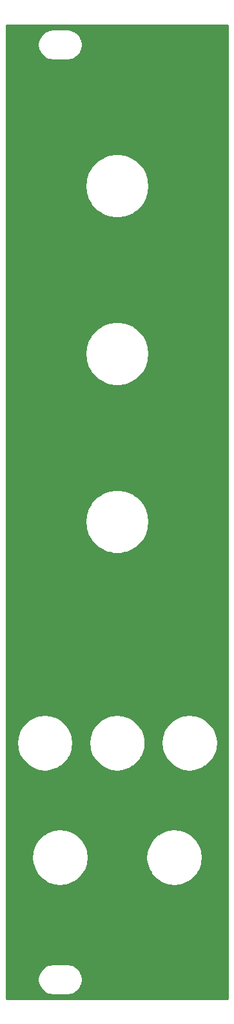
<source format=gtl>
G04 #@! TF.GenerationSoftware,KiCad,Pcbnew,(5.0.0-rc2)*
G04 #@! TF.CreationDate,2020-07-08T18:48:37+03:00*
G04 #@! TF.ProjectId,MIXPNL2,4D4958504E4C322E6B696361645F7063,rev?*
G04 #@! TF.SameCoordinates,PX2793d60PY848f8c0*
G04 #@! TF.FileFunction,Copper,L1,Top,Signal*
G04 #@! TF.FilePolarity,Positive*
%FSLAX46Y46*%
G04 Gerber Fmt 4.6, Leading zero omitted, Abs format (unit mm)*
G04 Created by KiCad (PCBNEW (5.0.0-rc2)) date Wed Jul  8 18:48:37 2020*
%MOMM*%
%LPD*%
G01*
G04 APERTURE LIST*
G04 #@! TA.AperFunction,NonConductor*
%ADD10C,0.254000*%
G04 #@! TD*
G04 APERTURE END LIST*
D10*
G36*
X29523000Y477000D02*
X477000Y477000D01*
X477000Y3068362D01*
X4568380Y3068362D01*
X4568380Y2931638D01*
X4646690Y2437212D01*
X4646690Y2437211D01*
X4688940Y2307179D01*
X4916203Y1861150D01*
X4996567Y1750538D01*
X5350539Y1396567D01*
X5461150Y1316203D01*
X5907179Y1088940D01*
X6037211Y1046690D01*
X6523174Y969721D01*
X6556961Y963000D01*
X8443039Y963000D01*
X8476826Y969721D01*
X8962789Y1046690D01*
X9092821Y1088940D01*
X9538850Y1316203D01*
X9649462Y1396567D01*
X10003433Y1750539D01*
X10083797Y1861150D01*
X10311060Y2307179D01*
X10353310Y2437211D01*
X10353310Y2437212D01*
X10431620Y2931638D01*
X10431620Y3068362D01*
X10353310Y3562789D01*
X10311060Y3692821D01*
X10083797Y4138850D01*
X10003433Y4249461D01*
X10003432Y4249462D01*
X9649462Y4603433D01*
X9538850Y4683797D01*
X9092821Y4911060D01*
X8962789Y4953310D01*
X8476826Y5030279D01*
X8443039Y5037000D01*
X6556961Y5037000D01*
X6523174Y5030279D01*
X6037211Y4953310D01*
X5907179Y4911060D01*
X5461150Y4683797D01*
X5350539Y4603433D01*
X4996567Y4249462D01*
X4937658Y4168380D01*
X4916203Y4138850D01*
X4688940Y3692821D01*
X4646690Y3562789D01*
X4568380Y3068362D01*
X477000Y3068362D01*
X477000Y18948242D01*
X3793361Y18948242D01*
X3873000Y18317839D01*
X3873000Y18278545D01*
X3880142Y18261302D01*
X3896941Y18128328D01*
X4179597Y17351737D01*
X4395962Y17016005D01*
X4425178Y16945470D01*
X4470855Y16899793D01*
X4627281Y16657067D01*
X5217743Y16078844D01*
X5410211Y15960437D01*
X5445470Y15925178D01*
X5512973Y15897218D01*
X5921636Y15645806D01*
X6703976Y15379476D01*
X7525880Y15293090D01*
X8196023Y15373000D01*
X8221455Y15373000D01*
X8231736Y15377259D01*
X8346497Y15390943D01*
X9125042Y15668170D01*
X9483961Y15895948D01*
X9554530Y15925178D01*
X9597099Y15967747D01*
X9822820Y16110994D01*
X10405152Y16697405D01*
X10535737Y16906385D01*
X10574822Y16945470D01*
X10603652Y17015072D01*
X10843093Y17398258D01*
X11114879Y18178720D01*
X11125733Y18275486D01*
X11127000Y18278545D01*
X11127000Y18286782D01*
X11201194Y18948242D01*
X18793361Y18948242D01*
X18873000Y18317839D01*
X18873000Y18278545D01*
X18880142Y18261302D01*
X18896941Y18128328D01*
X19179597Y17351737D01*
X19395962Y17016005D01*
X19425178Y16945470D01*
X19470855Y16899793D01*
X19627281Y16657067D01*
X20217743Y16078844D01*
X20410211Y15960437D01*
X20445470Y15925178D01*
X20512973Y15897218D01*
X20921636Y15645806D01*
X21703976Y15379476D01*
X22525880Y15293090D01*
X23196023Y15373000D01*
X23221455Y15373000D01*
X23231736Y15377259D01*
X23346497Y15390943D01*
X24125042Y15668170D01*
X24483961Y15895948D01*
X24554530Y15925178D01*
X24597099Y15967747D01*
X24822820Y16110994D01*
X25405152Y16697405D01*
X25535737Y16906385D01*
X25574822Y16945470D01*
X25603652Y17015072D01*
X25843093Y17398258D01*
X26114879Y18178720D01*
X26125733Y18275486D01*
X26127000Y18278545D01*
X26127000Y18286782D01*
X26207000Y19000000D01*
X26205555Y19103506D01*
X26127000Y19662453D01*
X26127000Y19721455D01*
X26114449Y19751755D01*
X26090538Y19921893D01*
X25797066Y20694462D01*
X25602942Y20986643D01*
X25574822Y21054530D01*
X25524214Y21105138D01*
X25339727Y21382814D01*
X24741249Y21952736D01*
X24581219Y22048133D01*
X24554530Y22074822D01*
X24495273Y22099367D01*
X24031378Y22375904D01*
X23245396Y22631285D01*
X22422366Y22706187D01*
X21828889Y22627000D01*
X21778545Y22627000D01*
X21754621Y22617091D01*
X21603196Y22596886D01*
X20828597Y22308816D01*
X20515076Y22103654D01*
X20445470Y22074822D01*
X20397101Y22026453D01*
X20137069Y21856293D01*
X19562982Y21261808D01*
X19456295Y21085647D01*
X19425178Y21054530D01*
X19398621Y20990415D01*
X19134869Y20554909D01*
X18874007Y19770729D01*
X18793361Y18948242D01*
X11201194Y18948242D01*
X11207000Y19000000D01*
X11205555Y19103506D01*
X11127000Y19662453D01*
X11127000Y19721455D01*
X11114449Y19751755D01*
X11090538Y19921893D01*
X10797066Y20694462D01*
X10602942Y20986643D01*
X10574822Y21054530D01*
X10524214Y21105138D01*
X10339727Y21382814D01*
X9741249Y21952736D01*
X9581219Y22048133D01*
X9554530Y22074822D01*
X9495273Y22099367D01*
X9031378Y22375904D01*
X8245396Y22631285D01*
X7422366Y22706187D01*
X6828889Y22627000D01*
X6778545Y22627000D01*
X6754621Y22617091D01*
X6603196Y22596886D01*
X5828597Y22308816D01*
X5515076Y22103654D01*
X5445470Y22074822D01*
X5397101Y22026453D01*
X5137069Y21856293D01*
X4562982Y21261808D01*
X4456295Y21085647D01*
X4425178Y21054530D01*
X4398621Y20990415D01*
X4134869Y20554909D01*
X3874007Y19770729D01*
X3793361Y18948242D01*
X477000Y18948242D01*
X477000Y33948242D01*
X1793361Y33948242D01*
X1873000Y33317839D01*
X1873000Y33278545D01*
X1880142Y33261302D01*
X1896941Y33128328D01*
X2179597Y32351737D01*
X2395962Y32016005D01*
X2425178Y31945470D01*
X2470855Y31899793D01*
X2627281Y31657067D01*
X3217743Y31078844D01*
X3410211Y30960437D01*
X3445470Y30925178D01*
X3512973Y30897218D01*
X3921636Y30645806D01*
X4703976Y30379476D01*
X5525880Y30293090D01*
X6196023Y30373000D01*
X6221455Y30373000D01*
X6231736Y30377259D01*
X6346497Y30390943D01*
X7125042Y30668170D01*
X7483961Y30895948D01*
X7554530Y30925178D01*
X7597099Y30967747D01*
X7822820Y31110994D01*
X8405152Y31697405D01*
X8535737Y31906385D01*
X8574822Y31945470D01*
X8603652Y32015072D01*
X8843093Y32398258D01*
X9114879Y33178720D01*
X9125733Y33275486D01*
X9127000Y33278545D01*
X9127000Y33286782D01*
X9201194Y33948242D01*
X11293361Y33948242D01*
X11373000Y33317839D01*
X11373000Y33278545D01*
X11380142Y33261302D01*
X11396941Y33128328D01*
X11679597Y32351737D01*
X11895962Y32016005D01*
X11925178Y31945470D01*
X11970855Y31899793D01*
X12127281Y31657067D01*
X12717743Y31078844D01*
X12910211Y30960437D01*
X12945470Y30925178D01*
X13012973Y30897218D01*
X13421636Y30645806D01*
X14203976Y30379476D01*
X15025880Y30293090D01*
X15696023Y30373000D01*
X15721455Y30373000D01*
X15731736Y30377259D01*
X15846497Y30390943D01*
X16625042Y30668170D01*
X16983961Y30895948D01*
X17054530Y30925178D01*
X17097099Y30967747D01*
X17322820Y31110994D01*
X17905152Y31697405D01*
X18035737Y31906385D01*
X18074822Y31945470D01*
X18103652Y32015072D01*
X18343093Y32398258D01*
X18614879Y33178720D01*
X18625733Y33275486D01*
X18627000Y33278545D01*
X18627000Y33286782D01*
X18701194Y33948242D01*
X20793361Y33948242D01*
X20873000Y33317839D01*
X20873000Y33278545D01*
X20880142Y33261302D01*
X20896941Y33128328D01*
X21179597Y32351737D01*
X21395962Y32016005D01*
X21425178Y31945470D01*
X21470855Y31899793D01*
X21627281Y31657067D01*
X22217743Y31078844D01*
X22410211Y30960437D01*
X22445470Y30925178D01*
X22512973Y30897218D01*
X22921636Y30645806D01*
X23703976Y30379476D01*
X24525880Y30293090D01*
X25196023Y30373000D01*
X25221455Y30373000D01*
X25231736Y30377259D01*
X25346497Y30390943D01*
X26125042Y30668170D01*
X26483961Y30895948D01*
X26554530Y30925178D01*
X26597099Y30967747D01*
X26822820Y31110994D01*
X27405152Y31697405D01*
X27535737Y31906385D01*
X27574822Y31945470D01*
X27603652Y32015072D01*
X27843093Y32398258D01*
X28114879Y33178720D01*
X28125733Y33275486D01*
X28127000Y33278545D01*
X28127000Y33286782D01*
X28207000Y34000000D01*
X28205555Y34103506D01*
X28127000Y34662453D01*
X28127000Y34721455D01*
X28114449Y34751755D01*
X28090538Y34921893D01*
X27797066Y35694462D01*
X27602942Y35986643D01*
X27574822Y36054530D01*
X27524214Y36105138D01*
X27339727Y36382814D01*
X26741249Y36952736D01*
X26581219Y37048133D01*
X26554530Y37074822D01*
X26495273Y37099367D01*
X26031378Y37375904D01*
X25245396Y37631285D01*
X24422366Y37706187D01*
X23828889Y37627000D01*
X23778545Y37627000D01*
X23754621Y37617091D01*
X23603196Y37596886D01*
X22828597Y37308816D01*
X22515076Y37103654D01*
X22445470Y37074822D01*
X22397101Y37026453D01*
X22137069Y36856293D01*
X21562982Y36261808D01*
X21456295Y36085647D01*
X21425178Y36054530D01*
X21398621Y35990415D01*
X21134869Y35554909D01*
X20874007Y34770729D01*
X20793361Y33948242D01*
X18701194Y33948242D01*
X18707000Y34000000D01*
X18705555Y34103506D01*
X18627000Y34662453D01*
X18627000Y34721455D01*
X18614449Y34751755D01*
X18590538Y34921893D01*
X18297066Y35694462D01*
X18102942Y35986643D01*
X18074822Y36054530D01*
X18024214Y36105138D01*
X17839727Y36382814D01*
X17241249Y36952736D01*
X17081219Y37048133D01*
X17054530Y37074822D01*
X16995273Y37099367D01*
X16531378Y37375904D01*
X15745396Y37631285D01*
X14922366Y37706187D01*
X14328889Y37627000D01*
X14278545Y37627000D01*
X14254621Y37617091D01*
X14103196Y37596886D01*
X13328597Y37308816D01*
X13015076Y37103654D01*
X12945470Y37074822D01*
X12897101Y37026453D01*
X12637069Y36856293D01*
X12062982Y36261808D01*
X11956295Y36085647D01*
X11925178Y36054530D01*
X11898621Y35990415D01*
X11634869Y35554909D01*
X11374007Y34770729D01*
X11293361Y33948242D01*
X9201194Y33948242D01*
X9207000Y34000000D01*
X9205555Y34103506D01*
X9127000Y34662453D01*
X9127000Y34721455D01*
X9114449Y34751755D01*
X9090538Y34921893D01*
X8797066Y35694462D01*
X8602942Y35986643D01*
X8574822Y36054530D01*
X8524214Y36105138D01*
X8339727Y36382814D01*
X7741249Y36952736D01*
X7581219Y37048133D01*
X7554530Y37074822D01*
X7495273Y37099367D01*
X7031378Y37375904D01*
X6245396Y37631285D01*
X5422366Y37706187D01*
X4828889Y37627000D01*
X4778545Y37627000D01*
X4754621Y37617091D01*
X4603196Y37596886D01*
X3828597Y37308816D01*
X3515076Y37103654D01*
X3445470Y37074822D01*
X3397101Y37026453D01*
X3137069Y36856293D01*
X2562982Y36261808D01*
X2456295Y36085647D01*
X2425178Y36054530D01*
X2398621Y35990415D01*
X2134869Y35554909D01*
X1874007Y34770729D01*
X1793361Y33948242D01*
X477000Y33948242D01*
X477000Y63000000D01*
X10793000Y63000000D01*
X10873000Y62238851D01*
X10873000Y62179089D01*
X10881417Y62158769D01*
X10884933Y62125316D01*
X11156714Y61288859D01*
X11457642Y60767637D01*
X11501298Y60662242D01*
X11541979Y60621561D01*
X11596466Y60527187D01*
X12184968Y59873590D01*
X12568876Y59594664D01*
X12662242Y59501298D01*
X12743988Y59467438D01*
X12896500Y59356631D01*
X13699966Y58998905D01*
X14059757Y58922429D01*
X14179089Y58873000D01*
X14292302Y58873000D01*
X14560249Y58816046D01*
X15439751Y58816046D01*
X15707698Y58873000D01*
X15820911Y58873000D01*
X15940243Y58922429D01*
X16300034Y58998905D01*
X17103500Y59356631D01*
X17256012Y59467438D01*
X17337758Y59501298D01*
X17431124Y59594664D01*
X17815032Y59873590D01*
X18403534Y60527187D01*
X18458021Y60621561D01*
X18498702Y60662242D01*
X18542358Y60767637D01*
X18843286Y61288859D01*
X19115067Y62125316D01*
X19118583Y62158769D01*
X19127000Y62179089D01*
X19127000Y62238851D01*
X19207000Y63000000D01*
X19127000Y63761149D01*
X19127000Y63820911D01*
X19118583Y63841231D01*
X19115067Y63874684D01*
X18843286Y64711141D01*
X18542358Y65232363D01*
X18498702Y65337758D01*
X18458021Y65378439D01*
X18403534Y65472813D01*
X17815032Y66126410D01*
X17431124Y66405336D01*
X17337758Y66498702D01*
X17256012Y66532562D01*
X17103500Y66643369D01*
X16300034Y67001095D01*
X15940243Y67077571D01*
X15820911Y67127000D01*
X15707698Y67127000D01*
X15439751Y67183954D01*
X14560249Y67183954D01*
X14292302Y67127000D01*
X14179089Y67127000D01*
X14059757Y67077571D01*
X13699966Y67001095D01*
X12896500Y66643369D01*
X12743988Y66532562D01*
X12662242Y66498702D01*
X12568876Y66405336D01*
X12184968Y66126410D01*
X11596466Y65472813D01*
X11541979Y65378439D01*
X11501298Y65337758D01*
X11457642Y65232363D01*
X11156714Y64711141D01*
X10884933Y63874684D01*
X10881417Y63841231D01*
X10873000Y63820911D01*
X10873000Y63761149D01*
X10793000Y63000000D01*
X477000Y63000000D01*
X477000Y85000000D01*
X10793000Y85000000D01*
X10873000Y84238851D01*
X10873000Y84179089D01*
X10881417Y84158769D01*
X10884933Y84125316D01*
X11156714Y83288859D01*
X11457642Y82767637D01*
X11501298Y82662242D01*
X11541979Y82621561D01*
X11596466Y82527187D01*
X12184968Y81873590D01*
X12568876Y81594664D01*
X12662242Y81501298D01*
X12743988Y81467438D01*
X12896500Y81356631D01*
X13699966Y80998905D01*
X14059757Y80922429D01*
X14179089Y80873000D01*
X14292302Y80873000D01*
X14560249Y80816046D01*
X15439751Y80816046D01*
X15707698Y80873000D01*
X15820911Y80873000D01*
X15940243Y80922429D01*
X16300034Y80998905D01*
X17103500Y81356631D01*
X17256012Y81467438D01*
X17337758Y81501298D01*
X17431124Y81594664D01*
X17815032Y81873590D01*
X18403534Y82527187D01*
X18458021Y82621561D01*
X18498702Y82662242D01*
X18542358Y82767637D01*
X18843286Y83288859D01*
X19115067Y84125316D01*
X19118583Y84158769D01*
X19127000Y84179089D01*
X19127000Y84238851D01*
X19207000Y85000000D01*
X19127000Y85761149D01*
X19127000Y85820911D01*
X19118583Y85841231D01*
X19115067Y85874684D01*
X18843286Y86711141D01*
X18542358Y87232363D01*
X18498702Y87337758D01*
X18458021Y87378439D01*
X18403534Y87472813D01*
X17815032Y88126410D01*
X17431124Y88405336D01*
X17337758Y88498702D01*
X17256012Y88532562D01*
X17103500Y88643369D01*
X16300034Y89001095D01*
X15940243Y89077571D01*
X15820911Y89127000D01*
X15707698Y89127000D01*
X15439751Y89183954D01*
X14560249Y89183954D01*
X14292302Y89127000D01*
X14179089Y89127000D01*
X14059757Y89077571D01*
X13699966Y89001095D01*
X12896500Y88643369D01*
X12743988Y88532562D01*
X12662242Y88498702D01*
X12568876Y88405336D01*
X12184968Y88126410D01*
X11596466Y87472813D01*
X11541979Y87378439D01*
X11501298Y87337758D01*
X11457642Y87232363D01*
X11156714Y86711141D01*
X10884933Y85874684D01*
X10881417Y85841231D01*
X10873000Y85820911D01*
X10873000Y85761149D01*
X10793000Y85000000D01*
X477000Y85000000D01*
X477000Y107000000D01*
X10793000Y107000000D01*
X10873000Y106238851D01*
X10873000Y106179089D01*
X10881417Y106158769D01*
X10884933Y106125316D01*
X11156714Y105288859D01*
X11457642Y104767637D01*
X11501298Y104662242D01*
X11541979Y104621561D01*
X11596466Y104527187D01*
X12184968Y103873590D01*
X12568876Y103594664D01*
X12662242Y103501298D01*
X12743988Y103467438D01*
X12896500Y103356631D01*
X13699966Y102998905D01*
X14059757Y102922429D01*
X14179089Y102873000D01*
X14292302Y102873000D01*
X14560249Y102816046D01*
X15439751Y102816046D01*
X15707698Y102873000D01*
X15820911Y102873000D01*
X15940243Y102922429D01*
X16300034Y102998905D01*
X17103500Y103356631D01*
X17256012Y103467438D01*
X17337758Y103501298D01*
X17431124Y103594664D01*
X17815032Y103873590D01*
X18403534Y104527187D01*
X18458021Y104621561D01*
X18498702Y104662242D01*
X18542358Y104767637D01*
X18843286Y105288859D01*
X19115067Y106125316D01*
X19118583Y106158769D01*
X19127000Y106179089D01*
X19127000Y106238851D01*
X19207000Y107000000D01*
X19127000Y107761149D01*
X19127000Y107820911D01*
X19118583Y107841231D01*
X19115067Y107874684D01*
X18843286Y108711141D01*
X18542358Y109232363D01*
X18498702Y109337758D01*
X18458021Y109378439D01*
X18403534Y109472813D01*
X17815032Y110126410D01*
X17431124Y110405336D01*
X17337758Y110498702D01*
X17256012Y110532562D01*
X17103500Y110643369D01*
X16300034Y111001095D01*
X15940243Y111077571D01*
X15820911Y111127000D01*
X15707698Y111127000D01*
X15439751Y111183954D01*
X14560249Y111183954D01*
X14292302Y111127000D01*
X14179089Y111127000D01*
X14059757Y111077571D01*
X13699966Y111001095D01*
X12896500Y110643369D01*
X12743988Y110532562D01*
X12662242Y110498702D01*
X12568876Y110405336D01*
X12184968Y110126410D01*
X11596466Y109472813D01*
X11541979Y109378439D01*
X11501298Y109337758D01*
X11457642Y109232363D01*
X11156714Y108711141D01*
X10884933Y107874684D01*
X10881417Y107841231D01*
X10873000Y107820911D01*
X10873000Y107761149D01*
X10793000Y107000000D01*
X477000Y107000000D01*
X477000Y125568362D01*
X4568380Y125568362D01*
X4568380Y125431638D01*
X4646690Y124937212D01*
X4646690Y124937211D01*
X4688940Y124807179D01*
X4916203Y124361150D01*
X4996567Y124250538D01*
X5350539Y123896567D01*
X5461150Y123816203D01*
X5907179Y123588940D01*
X6037211Y123546690D01*
X6523174Y123469721D01*
X6556961Y123463000D01*
X8443039Y123463000D01*
X8476826Y123469721D01*
X8962789Y123546690D01*
X9092821Y123588940D01*
X9538850Y123816203D01*
X9649462Y123896567D01*
X10003433Y124250539D01*
X10083797Y124361150D01*
X10311060Y124807179D01*
X10353310Y124937211D01*
X10353310Y124937212D01*
X10431620Y125431638D01*
X10431620Y125568362D01*
X10353310Y126062789D01*
X10311060Y126192821D01*
X10083797Y126638850D01*
X10003433Y126749461D01*
X10003432Y126749462D01*
X9649462Y127103433D01*
X9538850Y127183797D01*
X9092821Y127411060D01*
X8962789Y127453310D01*
X8476826Y127530279D01*
X8443039Y127537000D01*
X6556961Y127537000D01*
X6523174Y127530279D01*
X6037211Y127453310D01*
X5907179Y127411060D01*
X5461150Y127183797D01*
X5350539Y127103433D01*
X4996567Y126749462D01*
X4937658Y126668380D01*
X4916203Y126638850D01*
X4688940Y126192821D01*
X4646690Y126062789D01*
X4568380Y125568362D01*
X477000Y125568362D01*
X476999Y128023000D01*
X29523001Y128023000D01*
X29523000Y477000D01*
X29523000Y477000D01*
G37*
X29523000Y477000D02*
X477000Y477000D01*
X477000Y3068362D01*
X4568380Y3068362D01*
X4568380Y2931638D01*
X4646690Y2437212D01*
X4646690Y2437211D01*
X4688940Y2307179D01*
X4916203Y1861150D01*
X4996567Y1750538D01*
X5350539Y1396567D01*
X5461150Y1316203D01*
X5907179Y1088940D01*
X6037211Y1046690D01*
X6523174Y969721D01*
X6556961Y963000D01*
X8443039Y963000D01*
X8476826Y969721D01*
X8962789Y1046690D01*
X9092821Y1088940D01*
X9538850Y1316203D01*
X9649462Y1396567D01*
X10003433Y1750539D01*
X10083797Y1861150D01*
X10311060Y2307179D01*
X10353310Y2437211D01*
X10353310Y2437212D01*
X10431620Y2931638D01*
X10431620Y3068362D01*
X10353310Y3562789D01*
X10311060Y3692821D01*
X10083797Y4138850D01*
X10003433Y4249461D01*
X10003432Y4249462D01*
X9649462Y4603433D01*
X9538850Y4683797D01*
X9092821Y4911060D01*
X8962789Y4953310D01*
X8476826Y5030279D01*
X8443039Y5037000D01*
X6556961Y5037000D01*
X6523174Y5030279D01*
X6037211Y4953310D01*
X5907179Y4911060D01*
X5461150Y4683797D01*
X5350539Y4603433D01*
X4996567Y4249462D01*
X4937658Y4168380D01*
X4916203Y4138850D01*
X4688940Y3692821D01*
X4646690Y3562789D01*
X4568380Y3068362D01*
X477000Y3068362D01*
X477000Y18948242D01*
X3793361Y18948242D01*
X3873000Y18317839D01*
X3873000Y18278545D01*
X3880142Y18261302D01*
X3896941Y18128328D01*
X4179597Y17351737D01*
X4395962Y17016005D01*
X4425178Y16945470D01*
X4470855Y16899793D01*
X4627281Y16657067D01*
X5217743Y16078844D01*
X5410211Y15960437D01*
X5445470Y15925178D01*
X5512973Y15897218D01*
X5921636Y15645806D01*
X6703976Y15379476D01*
X7525880Y15293090D01*
X8196023Y15373000D01*
X8221455Y15373000D01*
X8231736Y15377259D01*
X8346497Y15390943D01*
X9125042Y15668170D01*
X9483961Y15895948D01*
X9554530Y15925178D01*
X9597099Y15967747D01*
X9822820Y16110994D01*
X10405152Y16697405D01*
X10535737Y16906385D01*
X10574822Y16945470D01*
X10603652Y17015072D01*
X10843093Y17398258D01*
X11114879Y18178720D01*
X11125733Y18275486D01*
X11127000Y18278545D01*
X11127000Y18286782D01*
X11201194Y18948242D01*
X18793361Y18948242D01*
X18873000Y18317839D01*
X18873000Y18278545D01*
X18880142Y18261302D01*
X18896941Y18128328D01*
X19179597Y17351737D01*
X19395962Y17016005D01*
X19425178Y16945470D01*
X19470855Y16899793D01*
X19627281Y16657067D01*
X20217743Y16078844D01*
X20410211Y15960437D01*
X20445470Y15925178D01*
X20512973Y15897218D01*
X20921636Y15645806D01*
X21703976Y15379476D01*
X22525880Y15293090D01*
X23196023Y15373000D01*
X23221455Y15373000D01*
X23231736Y15377259D01*
X23346497Y15390943D01*
X24125042Y15668170D01*
X24483961Y15895948D01*
X24554530Y15925178D01*
X24597099Y15967747D01*
X24822820Y16110994D01*
X25405152Y16697405D01*
X25535737Y16906385D01*
X25574822Y16945470D01*
X25603652Y17015072D01*
X25843093Y17398258D01*
X26114879Y18178720D01*
X26125733Y18275486D01*
X26127000Y18278545D01*
X26127000Y18286782D01*
X26207000Y19000000D01*
X26205555Y19103506D01*
X26127000Y19662453D01*
X26127000Y19721455D01*
X26114449Y19751755D01*
X26090538Y19921893D01*
X25797066Y20694462D01*
X25602942Y20986643D01*
X25574822Y21054530D01*
X25524214Y21105138D01*
X25339727Y21382814D01*
X24741249Y21952736D01*
X24581219Y22048133D01*
X24554530Y22074822D01*
X24495273Y22099367D01*
X24031378Y22375904D01*
X23245396Y22631285D01*
X22422366Y22706187D01*
X21828889Y22627000D01*
X21778545Y22627000D01*
X21754621Y22617091D01*
X21603196Y22596886D01*
X20828597Y22308816D01*
X20515076Y22103654D01*
X20445470Y22074822D01*
X20397101Y22026453D01*
X20137069Y21856293D01*
X19562982Y21261808D01*
X19456295Y21085647D01*
X19425178Y21054530D01*
X19398621Y20990415D01*
X19134869Y20554909D01*
X18874007Y19770729D01*
X18793361Y18948242D01*
X11201194Y18948242D01*
X11207000Y19000000D01*
X11205555Y19103506D01*
X11127000Y19662453D01*
X11127000Y19721455D01*
X11114449Y19751755D01*
X11090538Y19921893D01*
X10797066Y20694462D01*
X10602942Y20986643D01*
X10574822Y21054530D01*
X10524214Y21105138D01*
X10339727Y21382814D01*
X9741249Y21952736D01*
X9581219Y22048133D01*
X9554530Y22074822D01*
X9495273Y22099367D01*
X9031378Y22375904D01*
X8245396Y22631285D01*
X7422366Y22706187D01*
X6828889Y22627000D01*
X6778545Y22627000D01*
X6754621Y22617091D01*
X6603196Y22596886D01*
X5828597Y22308816D01*
X5515076Y22103654D01*
X5445470Y22074822D01*
X5397101Y22026453D01*
X5137069Y21856293D01*
X4562982Y21261808D01*
X4456295Y21085647D01*
X4425178Y21054530D01*
X4398621Y20990415D01*
X4134869Y20554909D01*
X3874007Y19770729D01*
X3793361Y18948242D01*
X477000Y18948242D01*
X477000Y33948242D01*
X1793361Y33948242D01*
X1873000Y33317839D01*
X1873000Y33278545D01*
X1880142Y33261302D01*
X1896941Y33128328D01*
X2179597Y32351737D01*
X2395962Y32016005D01*
X2425178Y31945470D01*
X2470855Y31899793D01*
X2627281Y31657067D01*
X3217743Y31078844D01*
X3410211Y30960437D01*
X3445470Y30925178D01*
X3512973Y30897218D01*
X3921636Y30645806D01*
X4703976Y30379476D01*
X5525880Y30293090D01*
X6196023Y30373000D01*
X6221455Y30373000D01*
X6231736Y30377259D01*
X6346497Y30390943D01*
X7125042Y30668170D01*
X7483961Y30895948D01*
X7554530Y30925178D01*
X7597099Y30967747D01*
X7822820Y31110994D01*
X8405152Y31697405D01*
X8535737Y31906385D01*
X8574822Y31945470D01*
X8603652Y32015072D01*
X8843093Y32398258D01*
X9114879Y33178720D01*
X9125733Y33275486D01*
X9127000Y33278545D01*
X9127000Y33286782D01*
X9201194Y33948242D01*
X11293361Y33948242D01*
X11373000Y33317839D01*
X11373000Y33278545D01*
X11380142Y33261302D01*
X11396941Y33128328D01*
X11679597Y32351737D01*
X11895962Y32016005D01*
X11925178Y31945470D01*
X11970855Y31899793D01*
X12127281Y31657067D01*
X12717743Y31078844D01*
X12910211Y30960437D01*
X12945470Y30925178D01*
X13012973Y30897218D01*
X13421636Y30645806D01*
X14203976Y30379476D01*
X15025880Y30293090D01*
X15696023Y30373000D01*
X15721455Y30373000D01*
X15731736Y30377259D01*
X15846497Y30390943D01*
X16625042Y30668170D01*
X16983961Y30895948D01*
X17054530Y30925178D01*
X17097099Y30967747D01*
X17322820Y31110994D01*
X17905152Y31697405D01*
X18035737Y31906385D01*
X18074822Y31945470D01*
X18103652Y32015072D01*
X18343093Y32398258D01*
X18614879Y33178720D01*
X18625733Y33275486D01*
X18627000Y33278545D01*
X18627000Y33286782D01*
X18701194Y33948242D01*
X20793361Y33948242D01*
X20873000Y33317839D01*
X20873000Y33278545D01*
X20880142Y33261302D01*
X20896941Y33128328D01*
X21179597Y32351737D01*
X21395962Y32016005D01*
X21425178Y31945470D01*
X21470855Y31899793D01*
X21627281Y31657067D01*
X22217743Y31078844D01*
X22410211Y30960437D01*
X22445470Y30925178D01*
X22512973Y30897218D01*
X22921636Y30645806D01*
X23703976Y30379476D01*
X24525880Y30293090D01*
X25196023Y30373000D01*
X25221455Y30373000D01*
X25231736Y30377259D01*
X25346497Y30390943D01*
X26125042Y30668170D01*
X26483961Y30895948D01*
X26554530Y30925178D01*
X26597099Y30967747D01*
X26822820Y31110994D01*
X27405152Y31697405D01*
X27535737Y31906385D01*
X27574822Y31945470D01*
X27603652Y32015072D01*
X27843093Y32398258D01*
X28114879Y33178720D01*
X28125733Y33275486D01*
X28127000Y33278545D01*
X28127000Y33286782D01*
X28207000Y34000000D01*
X28205555Y34103506D01*
X28127000Y34662453D01*
X28127000Y34721455D01*
X28114449Y34751755D01*
X28090538Y34921893D01*
X27797066Y35694462D01*
X27602942Y35986643D01*
X27574822Y36054530D01*
X27524214Y36105138D01*
X27339727Y36382814D01*
X26741249Y36952736D01*
X26581219Y37048133D01*
X26554530Y37074822D01*
X26495273Y37099367D01*
X26031378Y37375904D01*
X25245396Y37631285D01*
X24422366Y37706187D01*
X23828889Y37627000D01*
X23778545Y37627000D01*
X23754621Y37617091D01*
X23603196Y37596886D01*
X22828597Y37308816D01*
X22515076Y37103654D01*
X22445470Y37074822D01*
X22397101Y37026453D01*
X22137069Y36856293D01*
X21562982Y36261808D01*
X21456295Y36085647D01*
X21425178Y36054530D01*
X21398621Y35990415D01*
X21134869Y35554909D01*
X20874007Y34770729D01*
X20793361Y33948242D01*
X18701194Y33948242D01*
X18707000Y34000000D01*
X18705555Y34103506D01*
X18627000Y34662453D01*
X18627000Y34721455D01*
X18614449Y34751755D01*
X18590538Y34921893D01*
X18297066Y35694462D01*
X18102942Y35986643D01*
X18074822Y36054530D01*
X18024214Y36105138D01*
X17839727Y36382814D01*
X17241249Y36952736D01*
X17081219Y37048133D01*
X17054530Y37074822D01*
X16995273Y37099367D01*
X16531378Y37375904D01*
X15745396Y37631285D01*
X14922366Y37706187D01*
X14328889Y37627000D01*
X14278545Y37627000D01*
X14254621Y37617091D01*
X14103196Y37596886D01*
X13328597Y37308816D01*
X13015076Y37103654D01*
X12945470Y37074822D01*
X12897101Y37026453D01*
X12637069Y36856293D01*
X12062982Y36261808D01*
X11956295Y36085647D01*
X11925178Y36054530D01*
X11898621Y35990415D01*
X11634869Y35554909D01*
X11374007Y34770729D01*
X11293361Y33948242D01*
X9201194Y33948242D01*
X9207000Y34000000D01*
X9205555Y34103506D01*
X9127000Y34662453D01*
X9127000Y34721455D01*
X9114449Y34751755D01*
X9090538Y34921893D01*
X8797066Y35694462D01*
X8602942Y35986643D01*
X8574822Y36054530D01*
X8524214Y36105138D01*
X8339727Y36382814D01*
X7741249Y36952736D01*
X7581219Y37048133D01*
X7554530Y37074822D01*
X7495273Y37099367D01*
X7031378Y37375904D01*
X6245396Y37631285D01*
X5422366Y37706187D01*
X4828889Y37627000D01*
X4778545Y37627000D01*
X4754621Y37617091D01*
X4603196Y37596886D01*
X3828597Y37308816D01*
X3515076Y37103654D01*
X3445470Y37074822D01*
X3397101Y37026453D01*
X3137069Y36856293D01*
X2562982Y36261808D01*
X2456295Y36085647D01*
X2425178Y36054530D01*
X2398621Y35990415D01*
X2134869Y35554909D01*
X1874007Y34770729D01*
X1793361Y33948242D01*
X477000Y33948242D01*
X477000Y63000000D01*
X10793000Y63000000D01*
X10873000Y62238851D01*
X10873000Y62179089D01*
X10881417Y62158769D01*
X10884933Y62125316D01*
X11156714Y61288859D01*
X11457642Y60767637D01*
X11501298Y60662242D01*
X11541979Y60621561D01*
X11596466Y60527187D01*
X12184968Y59873590D01*
X12568876Y59594664D01*
X12662242Y59501298D01*
X12743988Y59467438D01*
X12896500Y59356631D01*
X13699966Y58998905D01*
X14059757Y58922429D01*
X14179089Y58873000D01*
X14292302Y58873000D01*
X14560249Y58816046D01*
X15439751Y58816046D01*
X15707698Y58873000D01*
X15820911Y58873000D01*
X15940243Y58922429D01*
X16300034Y58998905D01*
X17103500Y59356631D01*
X17256012Y59467438D01*
X17337758Y59501298D01*
X17431124Y59594664D01*
X17815032Y59873590D01*
X18403534Y60527187D01*
X18458021Y60621561D01*
X18498702Y60662242D01*
X18542358Y60767637D01*
X18843286Y61288859D01*
X19115067Y62125316D01*
X19118583Y62158769D01*
X19127000Y62179089D01*
X19127000Y62238851D01*
X19207000Y63000000D01*
X19127000Y63761149D01*
X19127000Y63820911D01*
X19118583Y63841231D01*
X19115067Y63874684D01*
X18843286Y64711141D01*
X18542358Y65232363D01*
X18498702Y65337758D01*
X18458021Y65378439D01*
X18403534Y65472813D01*
X17815032Y66126410D01*
X17431124Y66405336D01*
X17337758Y66498702D01*
X17256012Y66532562D01*
X17103500Y66643369D01*
X16300034Y67001095D01*
X15940243Y67077571D01*
X15820911Y67127000D01*
X15707698Y67127000D01*
X15439751Y67183954D01*
X14560249Y67183954D01*
X14292302Y67127000D01*
X14179089Y67127000D01*
X14059757Y67077571D01*
X13699966Y67001095D01*
X12896500Y66643369D01*
X12743988Y66532562D01*
X12662242Y66498702D01*
X12568876Y66405336D01*
X12184968Y66126410D01*
X11596466Y65472813D01*
X11541979Y65378439D01*
X11501298Y65337758D01*
X11457642Y65232363D01*
X11156714Y64711141D01*
X10884933Y63874684D01*
X10881417Y63841231D01*
X10873000Y63820911D01*
X10873000Y63761149D01*
X10793000Y63000000D01*
X477000Y63000000D01*
X477000Y85000000D01*
X10793000Y85000000D01*
X10873000Y84238851D01*
X10873000Y84179089D01*
X10881417Y84158769D01*
X10884933Y84125316D01*
X11156714Y83288859D01*
X11457642Y82767637D01*
X11501298Y82662242D01*
X11541979Y82621561D01*
X11596466Y82527187D01*
X12184968Y81873590D01*
X12568876Y81594664D01*
X12662242Y81501298D01*
X12743988Y81467438D01*
X12896500Y81356631D01*
X13699966Y80998905D01*
X14059757Y80922429D01*
X14179089Y80873000D01*
X14292302Y80873000D01*
X14560249Y80816046D01*
X15439751Y80816046D01*
X15707698Y80873000D01*
X15820911Y80873000D01*
X15940243Y80922429D01*
X16300034Y80998905D01*
X17103500Y81356631D01*
X17256012Y81467438D01*
X17337758Y81501298D01*
X17431124Y81594664D01*
X17815032Y81873590D01*
X18403534Y82527187D01*
X18458021Y82621561D01*
X18498702Y82662242D01*
X18542358Y82767637D01*
X18843286Y83288859D01*
X19115067Y84125316D01*
X19118583Y84158769D01*
X19127000Y84179089D01*
X19127000Y84238851D01*
X19207000Y85000000D01*
X19127000Y85761149D01*
X19127000Y85820911D01*
X19118583Y85841231D01*
X19115067Y85874684D01*
X18843286Y86711141D01*
X18542358Y87232363D01*
X18498702Y87337758D01*
X18458021Y87378439D01*
X18403534Y87472813D01*
X17815032Y88126410D01*
X17431124Y88405336D01*
X17337758Y88498702D01*
X17256012Y88532562D01*
X17103500Y88643369D01*
X16300034Y89001095D01*
X15940243Y89077571D01*
X15820911Y89127000D01*
X15707698Y89127000D01*
X15439751Y89183954D01*
X14560249Y89183954D01*
X14292302Y89127000D01*
X14179089Y89127000D01*
X14059757Y89077571D01*
X13699966Y89001095D01*
X12896500Y88643369D01*
X12743988Y88532562D01*
X12662242Y88498702D01*
X12568876Y88405336D01*
X12184968Y88126410D01*
X11596466Y87472813D01*
X11541979Y87378439D01*
X11501298Y87337758D01*
X11457642Y87232363D01*
X11156714Y86711141D01*
X10884933Y85874684D01*
X10881417Y85841231D01*
X10873000Y85820911D01*
X10873000Y85761149D01*
X10793000Y85000000D01*
X477000Y85000000D01*
X477000Y107000000D01*
X10793000Y107000000D01*
X10873000Y106238851D01*
X10873000Y106179089D01*
X10881417Y106158769D01*
X10884933Y106125316D01*
X11156714Y105288859D01*
X11457642Y104767637D01*
X11501298Y104662242D01*
X11541979Y104621561D01*
X11596466Y104527187D01*
X12184968Y103873590D01*
X12568876Y103594664D01*
X12662242Y103501298D01*
X12743988Y103467438D01*
X12896500Y103356631D01*
X13699966Y102998905D01*
X14059757Y102922429D01*
X14179089Y102873000D01*
X14292302Y102873000D01*
X14560249Y102816046D01*
X15439751Y102816046D01*
X15707698Y102873000D01*
X15820911Y102873000D01*
X15940243Y102922429D01*
X16300034Y102998905D01*
X17103500Y103356631D01*
X17256012Y103467438D01*
X17337758Y103501298D01*
X17431124Y103594664D01*
X17815032Y103873590D01*
X18403534Y104527187D01*
X18458021Y104621561D01*
X18498702Y104662242D01*
X18542358Y104767637D01*
X18843286Y105288859D01*
X19115067Y106125316D01*
X19118583Y106158769D01*
X19127000Y106179089D01*
X19127000Y106238851D01*
X19207000Y107000000D01*
X19127000Y107761149D01*
X19127000Y107820911D01*
X19118583Y107841231D01*
X19115067Y107874684D01*
X18843286Y108711141D01*
X18542358Y109232363D01*
X18498702Y109337758D01*
X18458021Y109378439D01*
X18403534Y109472813D01*
X17815032Y110126410D01*
X17431124Y110405336D01*
X17337758Y110498702D01*
X17256012Y110532562D01*
X17103500Y110643369D01*
X16300034Y111001095D01*
X15940243Y111077571D01*
X15820911Y111127000D01*
X15707698Y111127000D01*
X15439751Y111183954D01*
X14560249Y111183954D01*
X14292302Y111127000D01*
X14179089Y111127000D01*
X14059757Y111077571D01*
X13699966Y111001095D01*
X12896500Y110643369D01*
X12743988Y110532562D01*
X12662242Y110498702D01*
X12568876Y110405336D01*
X12184968Y110126410D01*
X11596466Y109472813D01*
X11541979Y109378439D01*
X11501298Y109337758D01*
X11457642Y109232363D01*
X11156714Y108711141D01*
X10884933Y107874684D01*
X10881417Y107841231D01*
X10873000Y107820911D01*
X10873000Y107761149D01*
X10793000Y107000000D01*
X477000Y107000000D01*
X477000Y125568362D01*
X4568380Y125568362D01*
X4568380Y125431638D01*
X4646690Y124937212D01*
X4646690Y124937211D01*
X4688940Y124807179D01*
X4916203Y124361150D01*
X4996567Y124250538D01*
X5350539Y123896567D01*
X5461150Y123816203D01*
X5907179Y123588940D01*
X6037211Y123546690D01*
X6523174Y123469721D01*
X6556961Y123463000D01*
X8443039Y123463000D01*
X8476826Y123469721D01*
X8962789Y123546690D01*
X9092821Y123588940D01*
X9538850Y123816203D01*
X9649462Y123896567D01*
X10003433Y124250539D01*
X10083797Y124361150D01*
X10311060Y124807179D01*
X10353310Y124937211D01*
X10353310Y124937212D01*
X10431620Y125431638D01*
X10431620Y125568362D01*
X10353310Y126062789D01*
X10311060Y126192821D01*
X10083797Y126638850D01*
X10003433Y126749461D01*
X10003432Y126749462D01*
X9649462Y127103433D01*
X9538850Y127183797D01*
X9092821Y127411060D01*
X8962789Y127453310D01*
X8476826Y127530279D01*
X8443039Y127537000D01*
X6556961Y127537000D01*
X6523174Y127530279D01*
X6037211Y127453310D01*
X5907179Y127411060D01*
X5461150Y127183797D01*
X5350539Y127103433D01*
X4996567Y126749462D01*
X4937658Y126668380D01*
X4916203Y126638850D01*
X4688940Y126192821D01*
X4646690Y126062789D01*
X4568380Y125568362D01*
X477000Y125568362D01*
X476999Y128023000D01*
X29523001Y128023000D01*
X29523000Y477000D01*
M02*

</source>
